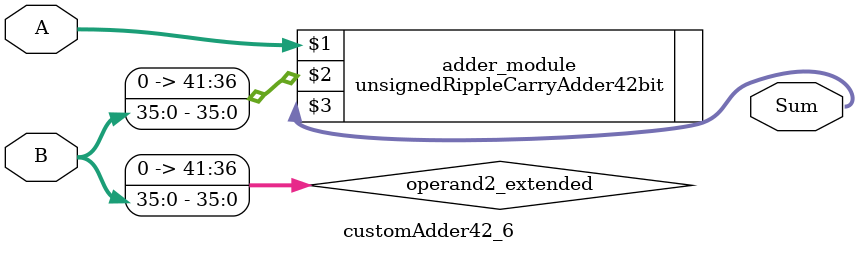
<source format=v>
module customAdder42_6(
                        input [41 : 0] A,
                        input [35 : 0] B,
                        
                        output [42 : 0] Sum
                );

        wire [41 : 0] operand2_extended;
        
        assign operand2_extended =  {6'b0, B};
        
        unsignedRippleCarryAdder42bit adder_module(
            A,
            operand2_extended,
            Sum
        );
        
        endmodule
        
</source>
